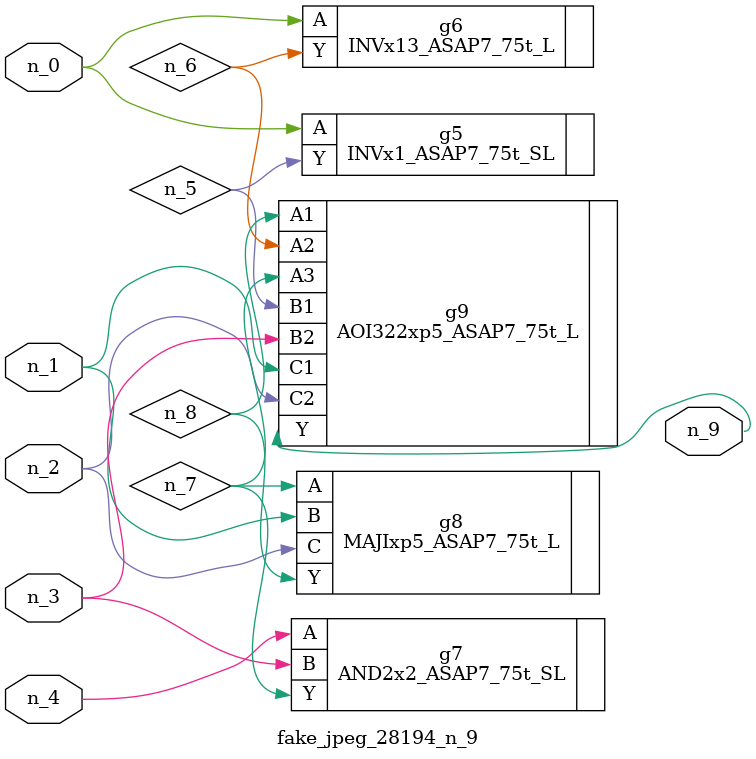
<source format=v>
module fake_jpeg_28194_n_9 (n_3, n_2, n_1, n_0, n_4, n_9);

input n_3;
input n_2;
input n_1;
input n_0;
input n_4;

output n_9;

wire n_8;
wire n_6;
wire n_5;
wire n_7;

INVx1_ASAP7_75t_SL g5 ( 
.A(n_0),
.Y(n_5)
);

INVx13_ASAP7_75t_L g6 ( 
.A(n_0),
.Y(n_6)
);

AND2x2_ASAP7_75t_SL g7 ( 
.A(n_4),
.B(n_3),
.Y(n_7)
);

MAJIxp5_ASAP7_75t_L g8 ( 
.A(n_7),
.B(n_1),
.C(n_2),
.Y(n_8)
);

AOI322xp5_ASAP7_75t_L g9 ( 
.A1(n_8),
.A2(n_6),
.A3(n_7),
.B1(n_5),
.B2(n_3),
.C1(n_1),
.C2(n_2),
.Y(n_9)
);


endmodule
</source>
